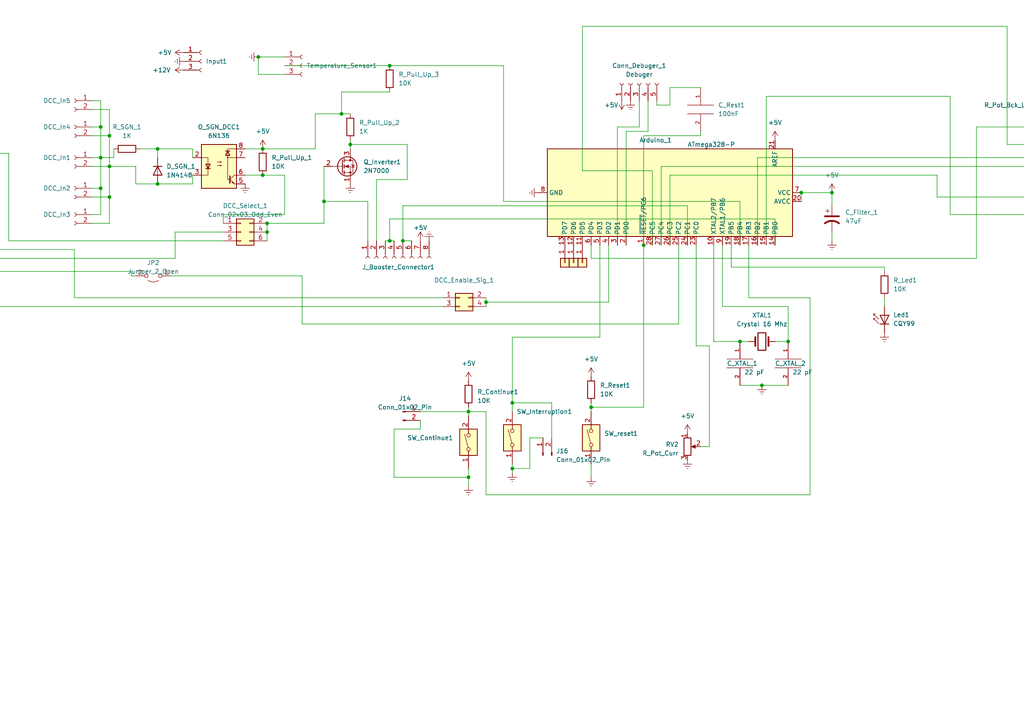
<source format=kicad_sch>
(kicad_sch (version 20230121) (generator eeschema)
  (paper "A4")
  (junction (at -217.17 68.58))
  (junction (at -265.43 67.31))
  (junction (at 31.75 48.26))
  (junction (at -241.3 180.34))
  (junction (at -101.6 49.53))
  (junction (at 76.2 43.18))
  (junction (at 228.6 99.06))
  (junction (at -224.79 170.18))
  (junction (at 113.03 69.85))
  (junction (at -214.63 170.18))
  (junction (at -181.61 62.23))
  (junction (at 99.06 33.02))
  (junction (at -219.71 74.93))
  (junction (at -267.97 73.66))
  (junction (at 31.75 39.37))
  (junction (at 45.72 43.18))
  (junction (at 232.41 55.88))
  (junction (at 77.47 67.31))
  (junction (at -265.43 76.2))
  (junction (at -172.72 140.97))
  (junction (at 186.69 71.12))
  (junction (at 220.98 111.76))
  (junction (at -64.77 49.53))
  (junction (at 29.21 45.72))
  (junction (at -59.69 72.39))
  (junction (at 31.75 57.15))
  (junction (at 135.89 138.43))
  (junction (at -172.72 143.51))
  (junction (at -179.07 64.77))
  (junction (at 45.72 53.34))
  (junction (at 93.98 58.42))
  (junction (at 101.6 41.91))
  (junction (at 77.47 64.77))
  (junction (at -73.66 80.01))
  (junction (at 116.84 69.85))
  (junction (at -218.44 71.12))
  (junction (at 241.3 55.88))
  (junction (at -177.8 67.31))
  (junction (at 140.97 87.63))
  (junction (at -267.97 71.12))
  (junction (at 113.03 19.05))
  (junction (at -186.69 57.15))
  (junction (at -260.35 170.18))
  (junction (at 76.2 50.8))
  (junction (at 148.59 135.89))
  (junction (at 135.89 119.38))
  (junction (at -200.66 59.69))
  (junction (at 171.45 118.11))
  (junction (at 74.93 16.51))
  (junction (at -172.72 139.7))
  (junction (at -93.98 52.07))
  (junction (at -97.79 77.47))
  (junction (at -267.97 64.77))
  (junction (at 148.59 116.84))
  (junction (at 214.63 99.06))
  (junction (at 29.21 36.83))
  (junction (at -195.58 62.23))
  (junction (at 29.21 54.61))
  (junction (at -58.42 74.93))
  (junction (at -172.72 138.43))
  (junction (at -229.87 77.47))
  (junction (at -182.88 59.69))
  (junction (at -187.96 54.61))
  (junction (at -265.43 68.58))
  (wire (pts (xy -106.68 140.97) (xy -76.2 140.97)))
  (wire (pts (xy -30.48 68.58) (xy -48.26 68.58)))
  (wire (pts (xy 271.78 50.8) (xy 271.78 57.15)))
  (wire (pts (xy -48.26 57.15) (xy -48.26 55.88)))
  (wire (pts (xy -106.68 52.07) (xy -93.98 52.07)))
  (wire (pts (xy -241.3 180.34) (xy -241.3 182.88)))
  (wire (pts (xy 292.1 7.62) (xy 292.1 41.91)))
  (wire (pts (xy 29.21 45.72) (xy 29.21 54.61)))
  (wire (pts (xy -214.63 160.02) (xy -214.63 170.18)))
  (wire (pts (xy -218.44 71.12) (xy -218.44 72.39)))
  (wire (pts (xy -172.72 62.23) (xy -181.61 62.23)))
  (wire (pts (xy -260.35 170.18) (xy -251.46 170.18)))
  (wire (pts (xy -179.07 36.83) (xy -179.07 64.77)))
  (wire (pts (xy -102.87 185.42) (xy -45.72 185.42)))
  (wire (pts (xy -52.07 78.74) (xy 38.1 78.74)))
  (wire (pts (xy 309.88 34.29) (xy 309.88 29.21)))
  (wire (pts (xy 181.61 38.1) (xy 187.96 38.1)))
  (wire (pts (xy -267.97 55.88) (xy -270.51 55.88)))
  (wire (pts (xy -95.25 162.56) (xy -45.72 162.56)))
  (wire (pts (xy 309.88 45.72) (xy 309.88 59.69)))
  (wire (pts (xy -195.58 62.23) (xy -207.01 62.23)))
  (wire (pts (xy 116.84 69.85) (xy 119.38 69.85)))
  (wire (pts (xy -77.47 50.8) (xy -48.26 50.8)))
  (wire (pts (xy -64.77 49.53) (xy -64.77 63.5)))
  (wire (pts (xy -57.15 77.47) (xy -57.15 86.36)))
  (wire (pts (xy 26.67 54.61) (xy 29.21 54.61)))
  (wire (pts (xy -172.72 118.11) (xy -180.34 118.11)))
  (wire (pts (xy -266.7 144.78) (xy -287.02 144.78)))
  (wire (pts (xy 40.64 43.18) (xy 45.72 43.18)))
  (wire (pts (xy -83.82 110.49) (xy -83.82 95.25)))
  (wire (pts (xy 256.54 86.36) (xy 256.54 88.9)))
  (wire (pts (xy 148.59 137.16) (xy 148.59 135.89)))
  (wire (pts (xy 214.63 99.06) (xy 217.17 99.06)))
  (wire (pts (xy -58.42 74.93) (xy -58.42 88.9)))
  (wire (pts (xy -130.81 153.67) (xy -130.81 195.58)))
  (wire (pts (xy -177.8 34.29) (xy -177.8 67.31)))
  (wire (pts (xy 113.03 69.85) (xy 114.3 69.85)))
  (wire (pts (xy 148.59 97.79) (xy 148.59 116.84)))
  (wire (pts (xy -106.68 72.39) (xy -59.69 72.39)))
  (wire (pts (xy -33.02 83.82) (xy -19.05 83.82)))
  (wire (pts (xy -172.72 143.51) (xy -172.72 146.05)))
  (wire (pts (xy -106.68 74.93) (xy -58.42 74.93)))
  (wire (pts (xy 222.25 27.94) (xy 275.59 27.94)))
  (wire (pts (xy -101.6 -17.78) (xy -127 -17.78)))
  (wire (pts (xy 77.47 64.77) (xy 77.47 67.31)))
  (wire (pts (xy 196.85 93.98) (xy 196.85 71.12)))
  (wire (pts (xy -62.23 67.31) (xy -62.23 96.52)))
  (wire (pts (xy -58.42 88.9) (xy -33.02 88.9)))
  (wire (pts (xy -73.66 115.57) (xy -66.04 115.57)))
  (wire (pts (xy 181.61 71.12) (xy 181.61 38.1)))
  (wire (pts (xy -270.51 76.2) (xy -265.43 76.2)))
  (wire (pts (xy -60.96 93.98) (xy -33.02 93.98)))
  (wire (pts (xy 91.44 33.02) (xy 99.06 33.02)))
  (wire (pts (xy 207.01 71.12) (xy 207.01 99.06)))
  (wire (pts (xy 234.95 86.36) (xy 234.95 143.51)))
  (wire (pts (xy -265.43 83.82) (xy -270.51 83.82)))
  (wire (pts (xy -265.43 76.2) (xy -265.43 83.82)))
  (wire (pts (xy -63.5 64.77) (xy -63.5 99.06)))
  (wire (pts (xy -64.77 63.5) (xy -48.26 63.5)))
  (wire (pts (xy -74.93 146.05) (xy -74.93 113.03)))
  (wire (pts (xy -195.58 113.03) (xy -274.32 113.03)))
  (wire (pts (xy -217.17 68.58) (xy -217.17 67.31)))
  (wire (pts (xy -106.68 120.65) (xy -81.28 120.65)))
  (wire (pts (xy -92.71 160.02) (xy -45.72 160.02)))
  (wire (pts (xy -106.68 49.53) (xy -101.6 49.53)))
  (wire (pts (xy -52.07 80.01) (xy -73.66 80.01)))
  (wire (pts (xy -63.5 156.21) (xy -106.68 156.21)))
  (wire (pts (xy -106.68 77.47) (xy -97.79 77.47)))
  (wire (pts (xy 93.98 48.26) (xy 93.98 58.42)))
  (wire (pts (xy -179.07 64.77) (xy -204.47 64.77)))
  (wire (pts (xy -88.9 90.17) (xy -88.9 85.09)))
  (wire (pts (xy 186.69 71.12) (xy 186.69 39.37)))
  (wire (pts (xy -104.14 187.96) (xy -45.72 187.96)))
  (wire (pts (xy -176.53 52.07) (xy -176.53 3.81)))
  (wire (pts (xy -99.06 102.87) (xy -99.06 170.18)))
  (wire (pts (xy -217.17 69.85) (xy -217.17 68.58)))
  (wire (pts (xy -5.08 40.64) (xy -5.08 88.9)))
  (wire (pts (xy -59.69 91.44) (xy -33.02 91.44)))
  (wire (pts (xy -125.73 193.04) (xy -45.72 193.04)))
  (wire (pts (xy -121.92 190.5) (xy -45.72 190.5)))
  (wire (pts (xy -182.88 90.17) (xy -172.72 90.17)))
  (wire (pts (xy 217.17 86.36) (xy 234.95 86.36)))
  (wire (pts (xy 64.77 64.77) (xy 64.77 62.23)))
  (wire (pts (xy -137.16 -11.43) (xy -137.16 -17.78)))
  (wire (pts (xy -180.34 105.41) (xy -172.72 105.41)))
  (wire (pts (xy -179.07 111.76) (xy -179.07 107.95)))
  (wire (pts (xy 212.09 71.12) (xy 212.09 77.47)))
  (wire (pts (xy -231.14 170.18) (xy -224.79 170.18)))
  (wire (pts (xy -87.63 175.26) (xy -87.63 113.03)))
  (wire (pts (xy -81.28 120.65) (xy -81.28 100.33)))
  (wire (pts (xy 71.12 50.8) (xy 76.2 50.8)))
  (wire (pts (xy 101.6 41.91) (xy 118.11 41.91)))
  (wire (pts (xy 194.31 50.8) (xy 271.78 50.8)))
  (wire (pts (xy -99.06 170.18) (xy -45.72 170.18)))
  (wire (pts (xy 312.42 48.26) (xy 312.42 54.61)))
  (wire (pts (xy 179.07 36.83) (xy 185.42 36.83)))
  (wire (pts (xy 153.67 127) (xy 157.48 127)))
  (wire (pts (xy -172.72 52.07) (xy -176.53 52.07)))
  (wire (pts (xy -181.61 43.18) (xy -181.61 62.23)))
  (wire (pts (xy -64.77 49.53) (xy -64.77 44.45)))
  (wire (pts (xy 29.21 62.23) (xy 26.67 62.23)))
  (wire (pts (xy -130.81 195.58) (xy -45.72 195.58)))
  (wire (pts (xy -182.88 111.76) (xy -179.07 111.76)))
  (wire (pts (xy 31.75 39.37) (xy 26.67 39.37)))
  (wire (pts (xy 148.59 116.84) (xy 148.59 119.38)))
  (wire (pts (xy -86.36 90.17) (xy -73.66 90.17)))
  (wire (pts (xy -106.68 95.25) (xy -87.63 95.25)))
  (wire (pts (xy 114.3 138.43) (xy 135.89 138.43)))
  (wire (pts (xy 140.97 87.63) (xy 140.97 88.9)))
  (wire (pts (xy 82.55 21.59) (xy 74.93 21.59)))
  (wire (pts (xy -69.85 58.42) (xy -48.26 58.42)))
  (wire (pts (xy 50.8 67.31) (xy 64.77 67.31)))
  (wire (pts (xy -106.68 143.51) (xy -121.92 143.51)))
  (wire (pts (xy 87.63 93.98) (xy 196.85 93.98)))
  (wire (pts (xy -93.98 52.07) (xy -93.98 40.64)))
  (wire (pts (xy -270.51 73.66) (xy -267.97 73.66)))
  (wire (pts (xy -52.07 80.01) (xy -52.07 78.74)))
  (wire (pts (xy -204.47 64.77) (xy -204.47 48.26)))
  (wire (pts (xy 232.41 55.88) (xy 241.3 55.88)))
  (wire (pts (xy 214.63 58.42) (xy 214.63 71.12)))
  (wire (pts (xy -87.63 87.63) (xy -73.66 87.63)))
  (wire (pts (xy -15.24 29.21) (xy -15.24 81.28)))
  (wire (pts (xy 321.31 36.83) (xy 283.21 36.83)))
  (wire (pts (xy 220.98 111.76) (xy 228.6 111.76)))
  (wire (pts (xy -106.68 92.71) (xy -96.52 92.71)))
  (wire (pts (xy -180.34 121.92) (xy -182.88 121.92)))
  (wire (pts (xy -93.98 52.07) (xy -67.31 52.07)))
  (wire (pts (xy -182.88 106.68) (xy -181.61 106.68)))
  (wire (pts (xy 33.02 45.72) (xy 33.02 43.18)))
  (wire (pts (xy -177.8 110.49) (xy -172.72 110.49)))
  (wire (pts (xy 135.89 138.43) (xy 135.89 135.89)))
  (wire (pts (xy -88.9 177.8) (xy -88.9 118.11)))
  (wire (pts (xy 64.77 62.23) (xy 82.55 62.23)))
  (wire (pts (xy 194.31 25.4) (xy 194.31 30.48)))
  (wire (pts (xy -106.68 133.35) (xy -102.87 133.35)))
  (wire (pts (xy -106.68 62.23) (xy -77.47 62.23)))
  (wire (pts (xy 29.21 36.83) (xy 29.21 29.21)))
  (wire (pts (xy 194.31 30.48) (xy 190.5 30.48)))
  (wire (pts (xy 312.42 54.61) (xy 321.31 54.61)))
  (wire (pts (xy 212.09 77.47) (xy 256.54 77.47)))
  (wire (pts (xy -219.71 74.93) (xy -172.72 74.93)))
  (wire (pts (xy 256.54 77.47) (xy 256.54 78.74)))
  (wire (pts (xy -45.72 172.72) (xy -85.09 172.72)))
  (wire (pts (xy -219.71 58.42) (xy -219.71 57.15)))
  (wire (pts (xy -264.16 45.72) (xy -182.88 45.72)))
  (wire (pts (xy 173.99 97.79) (xy 173.99 71.12)))
  (wire (pts (xy -57.15 86.36) (xy -33.02 86.36)))
  (wire (pts (xy -246.38 46.99) (xy -186.69 46.99)))
  (wire (pts (xy -64.77 44.45) (xy 2.54 44.45)))
  (wire (pts (xy -218.44 62.23) (xy -213.36 62.23)))
  (wire (pts (xy -179.07 107.95) (xy -172.72 107.95)))
  (wire (pts (xy 93.98 64.77) (xy 93.98 58.42)))
  (wire (pts (xy -181.61 106.68) (xy -181.61 102.87)))
  (wire (pts (xy 39.37 48.26) (xy 39.37 53.34)))
  (wire (pts (xy 171.45 74.93) (xy 171.45 71.12)))
  (wire (pts (xy -182.88 109.22) (xy -180.34 109.22)))
  (wire (pts (xy -106.68 59.69) (xy -82.55 59.69)))
  (wire (pts (xy -175.26 115.57) (xy -172.72 115.57)))
  (wire (pts (xy -77.47 135.89) (xy -77.47 107.95)))
  (wire (pts (xy -180.34 118.11) (xy -180.34 121.92)))
  (wire (pts (xy 168.91 49.53) (xy 168.91 7.62)))
  (wire (pts (xy 148.59 97.79) (xy 173.99 97.79)))
  (wire (pts (xy 26.67 48.26) (xy 31.75 48.26)))
  (wire (pts (xy -59.69 72.39) (xy -59.69 91.44)))
  (wire (pts (xy -81.28 100.33) (xy -73.66 100.33)))
  (wire (pts (xy -172.72 5.08) (xy -30.48 5.08)))
  (wire (pts (xy -227.33 54.61) (xy -218.44 54.61)))
  (wire (pts (xy -106.68 105.41) (xy -85.09 105.41)))
  (wire (pts (xy 74.93 21.59) (xy 74.93 16.51)))
  (wire (pts (xy -190.5 52.07) (xy -218.44 52.07)))
  (wire (pts (xy 148.59 135.89) (xy 153.67 135.89)))
  (wire (pts (xy -63.5 118.11) (xy -63.5 156.21)))
  (wire (pts (xy -73.66 118.11) (xy -63.5 118.11)))
  (wire (pts (xy -85.09 107.95) (xy -106.68 107.95)))
  (wire (pts (xy 176.53 71.12) (xy 176.53 87.63)))
  (wire (pts (xy 222.25 71.12) (xy 222.25 27.94)))
  (wire (pts (xy -91.44 180.34) (xy -91.44 123.19)))
  (wire (pts (xy 2.54 69.85) (xy 64.77 69.85)))
  (wire (pts (xy 171.45 118.11) (xy 171.45 119.38)))
  (wire (pts (xy -181.61 62.23) (xy -195.58 62.23)))
  (wire (pts (xy -34.29 3.81) (xy -34.29 66.04)))
  (wire (pts (xy 38.1 78.74) (xy 38.1 80.01)))
  (wire (pts (xy -88.9 85.09) (xy -73.66 85.09)))
  (wire (pts (xy 203.2 39.37) (xy 203.2 38.1)))
  (wire (pts (xy -106.68 100.33) (xy -86.36 100.33)))
  (wire (pts (xy -101.6 182.88) (xy -101.6 128.27)))
  (wire (pts (xy 234.95 143.51) (xy 140.97 143.51)))
  (wire (pts (xy -95.25 87.63) (xy -95.25 162.56)))
  (wire (pts (xy -86.36 100.33) (xy -86.36 90.17)))
  (wire (pts (xy -265.43 58.42) (xy -265.43 67.31)))
  (wire (pts (xy -62.23 96.52) (xy -33.02 96.52)))
  (wire (pts (xy 106.68 58.42) (xy 93.98 58.42)))
  (wire (pts (xy -175.26 119.38) (xy -175.26 115.57)))
  (wire (pts (xy -106.68 87.63) (xy -95.25 87.63)))
  (wire (pts (xy 45.72 43.18) (xy 45.72 45.72)))
  (wire (pts (xy -229.87 77.47) (xy -172.72 77.47)))
  (wire (pts (xy 113.03 69.85) (xy 113.03 63.5)))
  (wire (pts (xy -176.53 116.84) (xy -176.53 113.03)))
  (wire (pts (xy 121.92 124.46) (xy 121.92 121.92)))
  (wire (pts (xy -74.93 113.03) (xy -73.66 113.03)))
  (wire (pts (xy -106.68 158.75) (xy -133.35 158.75)))
  (wire (pts (xy -30.48 5.08) (xy -30.48 68.58)))
  (wire (pts (xy -195.58 62.23) (xy -195.58 113.03)))
  (wire (pts (xy -45.72 177.8) (xy -88.9 177.8)))
  (wire (pts (xy -106.68 115.57) (xy -82.55 115.57)))
  (wire (pts (xy 171.45 134.62) (xy 171.45 138.43)))
  (wire (pts (xy 205.74 129.54) (xy 203.2 129.54)))
  (wire (pts (xy -240.03 99.06) (xy -219.71 99.06)))
  (wire (pts (xy -15.24 81.28) (xy -33.02 81.28)))
  (wire (pts (xy -45.72 180.34) (xy -91.44 180.34)))
  (wire (pts (xy -91.44 123.19) (xy -106.68 123.19)))
  (wire (pts (xy -182.88 45.72) (xy -182.88 59.69)))
  (wire (pts (xy -186.69 46.99) (xy -186.69 57.15)))
  (wire (pts (xy 203.2 25.4) (xy 194.31 25.4)))
  (wire (pts (xy -172.72 139.7) (xy -172.72 140.97)))
  (wire (pts (xy -236.22 29.21) (xy -15.24 29.21)))
  (wire (pts (xy -214.63 54.61) (xy -214.63 64.77)))
  (wire (pts (xy -82.55 115.57) (xy -82.55 97.79)))
  (wire (pts (xy -82.55 59.69) (xy -82.55 53.34)))
  (wire (pts (xy -106.68 54.61) (xy -69.85 54.61)))
  (wire (pts (xy 199.39 59.69) (xy 116.84 59.69)))
  (wire (pts (xy -182.88 87.63) (xy -172.72 87.63)))
  (wire (pts (xy -97.79 -11.43) (xy -137.16 -11.43)))
  (wire (pts (xy -97.79 77.47) (xy -97.79 -11.43)))
  (wire (pts (xy 109.22 52.07) (xy 118.11 52.07)))
  (wire (pts (xy 140.97 86.36) (xy 140.97 87.63)))
  (wire (pts (xy 185.42 36.83) (xy 185.42 29.21)))
  (wire (pts (xy -219.71 74.93) (xy -219.71 99.06)))
  (wire (pts (xy -182.88 85.09) (xy -172.72 85.09)))
  (wire (pts (xy 77.47 64.77) (xy 93.98 64.77)))
  (wire (pts (xy -213.36 57.15) (xy -186.69 57.15)))
  (wire (pts (xy 113.03 19.05) (xy 146.05 19.05)))
  (wire (pts (xy 99.06 33.02) (xy 99.06 26.67)))
  (wire (pts (xy -187.96 54.61) (xy -214.63 54.61)))
  (wire (pts (xy -172.72 140.97) (xy -172.72 143.51)))
  (wire (pts (xy 26.67 45.72) (xy 29.21 45.72)))
  (wire (pts (xy 99.06 26.67) (xy 113.03 26.67)))
  (wire (pts (xy 55.88 43.18) (xy 55.88 45.72)))
  (wire (pts (xy -96.52 92.71) (xy -96.52 165.1)))
  (wire (pts (xy 135.89 140.97) (xy 135.89 138.43)))
  (wire (pts (xy 135.89 118.11) (xy 135.89 119.38)))
  (wire (pts (xy -82.55 53.34) (xy -48.26 53.34)))
  (wire (pts (xy -176.53 113.03) (xy -172.72 113.03)))
  (wire (pts (xy -267.97 71.12) (xy -218.44 71.12)))
  (wire (pts (xy -187.96 54.61) (xy -187.96 49.53)))
  (wire (pts (xy -275.59 140.97) (xy -275.59 139.7)))
  (wire (pts (xy 168.91 49.53) (xy 189.23 49.53)))
  (wire (pts (xy 209.55 71.12) (xy 209.55 88.9)))
  (wire (pts (xy -5.08 88.9) (xy 128.27 88.9)))
  (wire (pts (xy -19.05 33.02) (xy -232.41 33.02)))
  (wire (pts (xy 113.03 63.5) (xy 224.79 63.5)))
  (wire (pts (xy -241.3 49.53) (xy -241.3 53.34)))
  (wire (pts (xy -106.68 67.31) (xy -62.23 67.31)))
  (wire (pts (xy -177.8 124.46) (xy -177.8 120.65)))
  (wire (pts (xy -182.88 97.79) (xy -172.72 97.79)))
  (wire (pts (xy 77.47 67.31) (xy 77.47 69.85)))
  (wire (pts (xy -241.3 180.34) (xy -224.79 180.34)))
  (wire (pts (xy -82.55 97.79) (xy -73.66 97.79)))
  (wire (pts (xy -182.88 116.84) (xy -176.53 116.84)))
  (wire (pts (xy -80.01 102.87) (xy -73.66 102.87)))
  (wire (pts (xy 241.3 67.31) (xy 241.3 69.85)))
  (wire (pts (xy -77.47 62.23) (xy -77.47 50.8)))
  (wire (pts (xy -236.22 77.47) (xy -236.22 29.21)))
  (wire (pts (xy -172.72 64.77) (xy -179.07 64.77)))
  (wire (pts (xy 2.54 44.45) (xy 2.54 69.85)))
  (wire (pts (xy -229.87 101.6) (xy -229.87 77.47)))
  (wire (pts (xy -200.66 104.14) (xy -200.66 59.69)))
  (wire (pts (xy -172.72 67.31) (xy -177.8 67.31)))
  (wire (pts (xy 224.79 99.06) (xy 228.6 99.06)))
  (wire (pts (xy 111.76 69.85) (xy 113.03 69.85)))
  (wire (pts (xy -19.05 83.82) (xy -19.05 33.02)))
  (wire (pts (xy -214.63 64.77) (xy -218.44 64.77)))
  (wire (pts (xy 91.44 33.02) (xy 91.44 43.18)))
  (wire (pts (xy 153.67 127) (xy 153.67 135.89)))
  (wire (pts (xy -182.88 59.69) (xy -172.72 59.69)))
  (wire (pts (xy -172.72 54.61) (xy -187.96 54.61)))
  (wire (pts (xy 121.92 119.38) (xy 135.89 119.38)))
  (wire (pts (xy 309.88 29.21) (xy 307.34 29.21)))
  (wire (pts (xy -217.17 68.58) (xy -265.43 68.58)))
  (wire (pts (xy 186.69 39.37) (xy 203.2 39.37)))
  (wire (pts (xy -90.17 85.09) (xy -90.17 82.55)))
  (wire (pts (xy -78.74 130.81) (xy -78.74 105.41)))
  (wire (pts (xy -96.52 165.1) (xy -45.72 165.1)))
  (wire (pts (xy -106.68 57.15) (xy -48.26 57.15)))
  (wire (pts (xy -106.68 153.67) (xy -130.81 153.67)))
  (wire (pts (xy 189.23 71.12) (xy 189.23 49.53)))
  (wire (pts (xy -97.79 97.79) (xy -97.79 167.64)))
  (wire (pts (xy -34.29 66.04) (xy -48.26 66.04)))
  (wire (pts (xy -106.68 110.49) (xy -83.82 110.49)))
  (wire (pts (xy 321.31 34.29) (xy 309.88 34.29)))
  (wire (pts (xy -274.32 113.03) (xy -274.32 129.54)))
  (wire (pts (xy 118.11 41.91) (xy 118.11 52.07)))
  (wire (pts (xy -240.03 96.52) (xy -237.49 96.52)))
  (wire (pts (xy 50.8 74.93) (xy 50.8 67.31)))
  (wire (pts (xy -106.68 80.01) (xy -73.66 80.01)))
  (wire (pts (xy 190.5 30.48) (xy 190.5 29.21)))
  (wire (pts (xy -78.74 105.41) (xy -73.66 105.41)))
  (wire (pts (xy 201.93 100.33) (xy 201.93 71.12)))
  (wire (pts (xy 283.21 36.83) (xy 283.21 74.93)))
  (wire (pts (xy -187.96 49.53) (xy -241.3 49.53)))
  (wire (pts (xy -66.04 115.57) (xy -66.04 151.13)))
  (wire (pts (xy -87.63 113.03) (xy -106.68 113.03)))
  (wire (pts (xy -278.13 104.14) (xy -200.66 104.14)))
  (wire (pts (xy -90.17 82.55) (xy -73.66 82.55)))
  (wire (pts (xy 82.55 62.23) (xy 82.55 50.8)))
  (wire (pts (xy -67.31 60.96) (xy -48.26 60.96)))
  (wire (pts (xy 49.53 80.01) (xy 87.63 80.01)))
  (wire (pts (xy -236.22 77.47) (xy -229.87 77.47)))
  (wire (pts (xy -176.53 3.81) (xy -34.29 3.81)))
  (wire (pts (xy -87.63 95.25) (xy -87.63 87.63)))
  (wire (pts (xy -106.68 82.55) (xy -92.71 82.55)))
  (wire (pts (xy 76.2 43.18) (xy 91.44 43.18)))
  (wire (pts (xy -241.3 53.34) (xy -264.16 53.34)))
  (wire (pts (xy -218.44 67.31) (xy -217.17 67.31)))
  (wire (pts (xy -66.04 151.13) (xy -106.68 151.13)))
  (wire (pts (xy 99.06 33.02) (xy 101.6 33.02)))
  (wire (pts (xy 160.02 116.84) (xy 148.59 116.84)))
  (wire (pts (xy -101.6 49.53) (xy -64.77 49.53)))
  (wire (pts (xy -182.88 82.55) (xy -172.72 82.55)))
  (wire (pts (xy -172.72 49.53) (xy -172.72 5.08)))
  (wire (pts (xy 148.59 135.89) (xy 148.59 134.62)))
  (wire (pts (xy -262.89 36.83) (xy -179.07 36.83)))
  (wire (pts (xy 109.22 69.85) (xy 109.22 52.07)))
  (wire (pts (xy 224.79 63.5) (xy 224.79 71.12)))
  (wire (pts (xy -218.44 69.85) (xy -218.44 71.12)))
  (wire (pts (xy 146.05 19.05) (xy 146.05 58.42)))
  (wire (pts (xy -104.14 138.43) (xy -104.14 187.96)))
  (wire (pts (xy 292.1 41.91) (xy 321.31 41.91)))
  (wire (pts (xy -204.47 48.26) (xy -227.33 48.26)))
  (wire (pts (xy -106.68 102.87) (xy -99.06 102.87)))
  (wire (pts (xy -106.68 90.17) (xy -88.9 90.17)))
  (wire (pts (xy -287.02 144.78) (xy -287.02 138.43)))
  (wire (pts (xy -85.09 92.71) (xy -73.66 92.71)))
  (wire (pts (xy -270.51 67.31) (xy -265.43 67.31)))
  (wire (pts (xy 31.75 48.26) (xy 31.75 57.15)))
  (wire (pts (xy 82.55 19.05) (xy 113.03 19.05)))
  (wire (pts (xy 228.6 88.9) (xy 228.6 99.06)))
  (wire (pts (xy -106.68 138.43) (xy -104.14 138.43)))
  (wire (pts (xy 116.84 59.69) (xy 116.84 69.85)))
  (wire (pts (xy -58.42 74.93) (xy 50.8 74.93)))
  (wire (pts (xy 31.75 48.26) (xy 39.37 48.26)))
  (wire (pts (xy 199.39 59.69) (xy 199.39 71.12)))
  (wire (pts (xy -45.72 182.88) (xy -101.6 182.88)))
  (wire (pts (xy -67.31 52.07) (xy -67.31 60.96)))
  (wire (pts (xy -172.72 135.89) (xy -172.72 138.43)))
  (wire (pts (xy -262.89 34.29) (xy -177.8 34.29)))
  (wire (pts (xy -290.83 138.43) (xy -287.02 138.43)))
  (wire (pts (xy -83.82 95.25) (xy -73.66 95.25)))
  (wire (pts (xy -101.6 128.27) (xy -106.68 128.27)))
  (wire (pts (xy -45.72 175.26) (xy -87.63 175.26)))
  (wire (pts (xy -290.83 140.97) (xy -275.59 140.97)))
  (wire (pts (xy -182.88 92.71) (xy -172.72 92.71)))
  (wire (pts (xy -265.43 67.31) (xy -265.43 68.58)))
  (wire (pts (xy -266.7 132.08) (xy -278.13 132.08)))
  (wire (pts (xy 82.55 50.8) (xy 76.2 50.8)))
  (wire (pts (xy -92.71 82.55) (xy -92.71 160.02)))
  (wire (pts (xy -265.43 68.58) (xy -265.43 76.2)))
  (wire (pts (xy 171.45 116.84) (xy 171.45 118.11)))
  (wire (pts (xy -218.44 59.69) (xy -200.66 59.69)))
  (wire (pts (xy 217.17 71.12) (xy 217.17 86.36)))
  (wire (pts (xy 31.75 31.75) (xy 31.75 39.37)))
  (wire (pts (xy 140.97 143.51) (xy 140.97 119.38)))
  (wire (pts (xy -63.5 99.06) (xy -33.02 99.06)))
  (wire (pts (xy 140.97 87.63) (xy 176.53 87.63)))
  (wire (pts (xy -106.68 125.73) (xy -80.01 125.73)))
  (wire (pts (xy -177.8 67.31) (xy -190.5 67.31)))
  (wire (pts (xy 219.71 71.12) (xy 219.71 45.72)))
  (wire (pts (xy 26.67 57.15) (xy 31.75 57.15)))
  (wire (pts (xy 187.96 38.1) (xy 187.96 29.21)))
  (wire (pts (xy -181.61 102.87) (xy -172.72 102.87)))
  (wire (pts (xy 283.21 74.93) (xy 171.45 74.93)))
  (wire (pts (xy 309.88 59.69) (xy 321.31 59.69)))
  (wire (pts (xy -180.34 109.22) (xy -180.34 105.41)))
  (wire (pts (xy -232.41 33.02) (xy -232.41 74.93)))
  (wire (pts (xy 321.31 57.15) (xy 271.78 57.15)))
  (wire (pts (xy 232.41 55.88) (xy 232.41 58.42)))
  (wire (pts (xy -172.72 160.02) (xy -172.72 158.75)))
  (wire (pts (xy 101.6 40.64) (xy 101.6 41.91)))
  (wire (pts (xy 106.68 58.42) (xy 106.68 69.85)))
  (wire (pts (xy 38.1 80.01) (xy 39.37 80.01)))
  (wire (pts (xy -264.16 43.18) (xy -181.61 43.18)))
  (wire (pts (xy 29.21 54.61) (xy 29.21 62.23)))
  (wire (pts (xy 26.67 31.75) (xy 31.75 31.75)))
  (wire (pts (xy -240.03 93.98) (xy -237.49 93.98)))
  (wire (pts (xy -106.68 69.85) (xy -60.96 69.85)))
  (wire (pts (xy 140.97 119.38) (xy 135.89 119.38)))
  (wire (pts (xy 29.21 29.21) (xy 26.67 29.21)))
  (wire (pts (xy -69.85 54.61) (xy -69.85 58.42)))
  (wire (pts (xy -85.09 172.72) (xy -85.09 107.95)))
  (wire (pts (xy -106.68 130.81) (xy -78.74 130.81)))
  (wire (pts (xy -218.44 72.39) (xy -172.72 72.39)))
  (wire (pts (xy 101.6 41.91) (xy 101.6 43.18)))
  (wire (pts (xy 74.93 16.51) (xy 82.55 16.51)))
  (wire (pts (xy -224.79 170.18) (xy -214.63 170.18)))
  (wire (pts (xy 55.88 53.34) (xy 55.88 50.8)))
  (wire (pts (xy 135.89 119.38) (xy 135.89 120.65)))
  (wire (pts (xy -182.88 95.25) (xy -172.72 95.25)))
  (wire (pts (xy -106.68 148.59) (xy -125.73 148.59)))
  (wire (pts (xy -85.09 105.41) (xy -85.09 92.71)))
  (wire (pts (xy -275.59 139.7) (xy -266.7 139.7)))
  (wire (pts (xy 275.59 62.23) (xy 321.31 62.23)))
  (wire (pts (xy 45.72 43.18) (xy 55.88 43.18)))
  (wire (pts (xy 21.59 72.39) (xy 21.59 86.36)))
  (wire (pts (xy 179.07 71.12) (xy 179.07 36.83)))
  (wire (pts (xy -77.47 107.95) (xy -73.66 107.95)))
  (wire (pts (xy -278.13 132.08) (xy -278.13 104.14)))
  (wire (pts (xy -76.2 140.97) (xy -76.2 110.49)))
  (wire (pts (xy -60.96 69.85) (xy -60.96 93.98)))
  (wire (pts (xy -59.69 72.39) (xy 21.59 72.39)))
  (wire (pts (xy 31.75 64.77) (xy 26.67 64.77)))
  (wire (pts (xy -177.8 114.3) (xy -177.8 110.49)))
  (wire (pts (xy -125.73 148.59) (xy -125.73 193.04)))
  (wire (pts (xy 186.69 71.12) (xy 186.69 118.11)))
  (wire (pts (xy -80.01 125.73) (xy -80.01 102.87)))
  (wire (pts (xy 219.71 45.72) (xy 309.88 45.72)))
  (wire (pts (xy -213.36 62.23) (xy -213.36 57.15)))
  (wire (pts (xy -97.79 77.47) (xy -57.15 77.47)))
  (wire (pts (xy -267.97 64.77) (xy -267.97 71.12)))
  (wire (pts (xy -186.69 57.15) (xy -172.72 57.15)))
  (wire (pts (xy 71.12 43.18) (xy 76.2 43.18)))
  (wire (pts (xy -270.51 64.77) (xy -267.97 64.77)))
  (wire (pts (xy -207.01 58.42) (xy -219.71 58.42)))
  (wire (pts (xy -214.63 160.02) (xy -172.72 160.02)))
  (wire (pts (xy 214.63 111.76) (xy 220.98 111.76)))
  (wire (pts (xy -219.71 57.15) (xy -218.44 57.15)))
  (wire (pts (xy 205.74 100.33) (xy 201.93 100.33)))
  (wire (pts (xy 275.59 27.94) (xy 275.59 62.23)))
  (wire (pts (xy 205.74 100.33) (xy 205.74 129.54)))
  (wire (pts (xy -177.8 120.65) (xy -172.72 120.65)))
  (wire (pts (xy -133.35 158.75) (xy -133.35 198.12)))
  (wire (pts (xy 39.37 53.34) (xy 45.72 53.34)))
  (wire (pts (xy 194.31 50.8) (xy 194.31 71.12)))
  (wire (pts (xy 146.05 58.42) (xy 214.63 58.42)))
  (wire (pts (xy 191.77 48.26) (xy 312.42 48.26)))
  (wire (pts (xy 31.75 57.15) (xy 31.75 64.77)))
  (wire (pts (xy -267.97 73.66) (xy -267.97 81.28)))
  (wire (pts (xy -264.16 50.8) (xy -246.38 50.8)))
  (wire (pts (xy -101.6 49.53) (xy -101.6 -17.78)))
  (wire (pts (xy -190.5 67.31) (xy -190.5 52.07)))
  (wire (pts (xy -200.66 59.69) (xy -182.88 59.69)))
  (wire (pts (xy 241.3 55.88) (xy 241.3 59.69)))
  (wire (pts (xy -182.88 114.3) (xy -177.8 114.3)))
  (wire (pts (xy -267.97 71.12) (xy -267.97 73.66)))
  (wire (pts (xy -88.9 118.11) (xy -106.68 118.11)))
  (wire (pts (xy -76.2 110.49) (xy -73.66 110.49)))
  (wire (pts (xy -106.68 135.89) (xy -77.47 135.89)))
  (wire (pts (xy 87.63 80.01) (xy 87.63 93.98)))
  (wire (pts (xy -267.97 64.77) (xy -267.97 55.88)))
  (wire (pts (xy -172.72 138.43) (xy -172.72 139.7)))
  (wire (pts (xy -97.79 167.64) (xy -45.72 167.64)))
  (wire (pts (xy 114.3 124.46) (xy 121.92 124.46)))
  (wire (pts (xy 209.55 88.9) (xy 228.6 88.9)))
  (wire (pts (xy -106.68 146.05) (xy -74.93 146.05)))
  (wire (pts (xy 114.3 124.46) (xy 114.3 138.43)))
  (wire (pts (xy -102.87 133.35) (xy -102.87 185.42)))
  (wire (pts (xy -106.68 64.77) (xy -63.5 64.77)))
  (wire (pts (xy 29.21 45.72) (xy 29.21 36.83)))
  (wire (pts (xy -182.88 100.33) (xy -172.72 100.33)))
  (wire (pts (xy -172.72 69.85) (xy -217.17 69.85)))
  (wire (pts (xy 171.45 118.11) (xy 186.69 118.11)))
  (wire (pts (xy 168.91 7.62) (xy 292.1 7.62)))
  (wire (pts (xy 45.72 53.34) (xy 55.88 53.34)))
  (wire (pts (xy -267.97 81.28) (xy -270.51 81.28)))
  (wire (pts (xy -133.35 198.12) (xy -45.72 198.12)))
  (wire (pts (xy -240.03 101.6) (xy -229.87 101.6)))
  (wire (pts (xy -227.33 48.26) (xy -227.33 54.61)))
  (wire (pts (xy -207.01 62.23) (xy -207.01 58.42)))
  (wire (pts (xy -106.68 97.79) (xy -97.79 97.79)))
  (wire (pts (xy 29.21 45.72) (xy 33.02 45.72)))
  (wire (pts (xy -241.3 177.8) (xy -241.3 180.34)))
  (wire (pts (xy 21.59 86.36) (xy 128.27 86.36)))
  (wire (pts (xy 191.77 48.26) (xy 191.77 71.12)))
  (wire (pts (xy 207.01 99.06) (xy 214.63 99.06)))
  (wire (pts (xy 29.21 36.83) (xy 26.67 36.83)))
  (wire (pts (xy -182.88 119.38) (xy -175.26 119.38)))
  (wire (pts (xy -246.38 50.8) (xy -246.38 46.99)))
  (wire (pts (xy -121.92 143.51) (xy -121.92 190.5)))
  (wire (pts (xy -224.79 180.34) (xy -224.79 177.8)))
  (wire (pts (xy 31.75 48.26) (xy 31.75 39.37)))
  (wire (pts (xy -232.41 74.93) (xy -219.71 74.93)))
  (wire (pts (xy 160.02 127) (xy 160.02 116.84)))
  (wire (pts (xy -93.98 40.64) (xy -5.08 40.64)))
  (wire (pts (xy -265.43 58.42) (xy -270.51 58.42)))
  (wire (pts (xy -106.68 85.09) (xy -90.17 85.09)))
  (wire (pts (xy -182.88 124.46) (xy -177.8 124.46)))
  (symbol (lib_id "Device:Crystal") (at 220.98 99.06 0) (unit 1)
    (property "Reference" "XTAL1" (at 220.98 91.44 0))
    (property "Value" "Crystal 16 Mhz" (at 220.98 93.98 0))
    (property "Footprint" "Crystal:Crystal_HC49-U_Vertical" (effects hide))
  )
  (symbol (lib_id "power:Earth") (at 53.34 17.78 270) (unit 1)
    (property "Reference" "#PWR0103" (effects hide))
    (property "Value" "Earth" (effects hide))
  )
  (symbol (lib_id "Connector:Conn_01x02_Female") (at -275.59 55.88 0) (mirror y) (unit 1)
    (property "Reference" "I2C_4" (at -280.67 55.88 0))
    (property "Value" "I2C" (effects hide))
    (property "Footprint" "Connector_Wago:Wago_734-132_1x02_P3.50mm_Vertical" (effects hide))
  )
  (symbol (lib_id "Connector_Generic:Conn_01x01") (at 166.37 76.2 270) (unit 1)
    (property "Reference" "J7" (effects hide))
    (property "Value" "Conn_01x01" (effects hide))
    (property "Footprint" "Connector_PinHeader_2.54mm:PinHeader_1x01_P2.54mm_Vertical" (effects hide))
  )
  (symbol (lib_id "Connector_Generic:Conn_02x02_Odd_Even") (at 133.35 86.36 0) (unit 1)
    (property "Reference" "DCC_Enable_Sig_1" (at 134.62 81.28 0))
    (property "Value" "Conn_02x02_Odd_Even" (effects hide))
    (property "Footprint" "Connector_PinHeader_2.54mm:PinHeader_2x02_P2.54mm_Vertical" (effects hide))
  )
  (symbol (lib_id "power:Earth") (at 74.93 16.51 270) (unit 1)
    (property "Reference" "#PWR0137" (effects hide))
    (property "Value" "Earth" (effects hide))
  )
  (symbol (lib_id "Connector_Generic:Conn_01x04") (at -245.11 96.52 0) (mirror y) (unit 1)
    (property "Reference" "J13" (at -245.11 106.68 0))
    (property "Value" "Conn_01x04" (at -245.11 104.14 0))
    (property "Footprint" "Connector_PinHeader_2.54mm:PinHeader_1x04_P2.54mm_Vertical" (effects hide))
  )
  (symbol (lib_id "Device:C_Polarized_US") (at 241.3 63.5 0) (unit 1)
    (property "Reference" "C_Filter_1" (at 245.11 61.5949 0) (effects (justify left)))
    (property "Value" "47uF" (at 245.11 64.1349 0) (effects (justify left)))
    (property "Footprint" "Capacitor_THT:CP_Radial_D8.0mm_P3.80mm" (effects hide))
  )
  (symbol (lib_id "arduino:Arduino_Mega2560_Shield") (at -139.7 104.14 0) (unit 1)
    (property "Reference" "Central2" (at -139.7 165.1 0) (effects (font (size 1.524 1.524))))
    (property "Value" "Arduino_Mega2560_Shield" (at -139.7 168.91 0) (effects (font (size 1.524 1.524))))
    (property "Footprint" "Arduino:Arduino_Mega2560_Shield" (effects hide))
    (property "Datasheet" "https://docs.arduino.cc/hardware/mega-2560" (effects hide))
  )
  (symbol (lib_id "Connector:Conn_01x02_Female") (at -269.24 43.18 0) (mirror y) (unit 1)
    (property "Reference" "Serial_2" (at -274.32 43.18 0))
    (property "Value" "Serial" (effects hide))
    (property "Footprint" "Connector_Wago:Wago_734-132_1x02_P3.50mm_Vertical" (effects hide))
  )
  (symbol (lib_id "Device:R") (at 36.83 43.18 90) (unit 1)
    (property "Reference" "R_SGN_1" (at 36.83 36.83 90))
    (property "Value" "1K" (at 36.83 39.37 90))
    (property "Footprint" "Resistor_THT:R_Axial_DIN0207_L6.3mm_D2.5mm_P10.16mm_Horizontal" (effects hide))
  )
  (symbol (lib_id "power:Earth") (at -241.3 190.5 0) (unit 1)
    (property "Reference" "#PWR05" (effects hide))
    (property "Value" "Earth" (effects hide))
  )
  (symbol (lib_id "Connector:Conn_01x02_Female") (at 21.59 29.21 0) (mirror y) (unit 1)
    (property "Reference" "DCC_In5" (at 16.51 29.21 0))
    (property "Value" "DCC" (effects hide))
    (property "Footprint" "Connector_Wago:Wago_734-132_1x02_P3.50mm_Vertical" (effects hide))
  )
  (symbol (lib_id "Switch:SW_DIP_x01") (at 148.59 127 90) (unit 1)
    (property "Reference" "SW_Interruption1" (at 149.86 119.38 90) (effects (justify right)))
    (property "Value" "SW_DIP_x01" (effects hide))
    (property "Footprint" "Button_Switch_THT:SW_PUSH_6mm_H5mm" (effects hide))
  )
  (symbol (lib_id "Device:R_Potentiometer") (at 199.39 129.54 0) (unit 1)
    (property "Reference" "RV2" (at 196.85 128.905 0) (effects (justify right)))
    (property "Value" "R_Pot_Curr" (at 196.85 131.445 0) (effects (justify right)))
    (property "Footprint" "Potentiometer_THT:Potentiometer_ACP_CA6-H2,5_Horizontal" (effects hide))
  )
  (symbol (lib_id "power:Earth") (at 135.89 140.97 0) (unit 1)
    (property "Reference" "#PWR0124" (effects hide))
    (property "Value" "Earth" (effects hide))
  )
  (symbol (lib_id "power:Earth") (at 101.6 53.34 0) (unit 1)
    (property "Reference" "#PWR0106" (effects hide))
    (property "Value" "Earth" (effects hide))
  )
  (symbol (lib_id "power:Earth") (at -290.83 135.89 90) (unit 1)
    (property "Reference" "#PWR014" (effects hide))
    (property "Value" "Earth" (effects hide))
  )
  (symbol (lib_id "Connector_Generic:Conn_01x16") (at 326.39 46.99 0) (unit 1)
    (property "Reference" "Disp_Conn1" (at 328.93 46.9899 0) (effects (justify left)))
    (property "Value" "Conn_01x16" (at 328.93 49.5299 0) (effects (justify left)))
    (property "Footprint" "Connector_PinHeader_2.54mm:PinHeader_1x16_P2.54mm_Vertical" (effects hide))
  )
  (symbol (lib_id "Device:C_Polarized_US") (at -260.35 173.99 0) (unit 1)
    (property "Reference" "C_Ard_In2" (at -256.54 172.0849 0) (effects (justify left)))
    (property "Value" "10uF" (at -256.54 174.6249 0) (effects (justify left)))
    (property "Footprint" "Capacitor_THT:CP_Radial_D8.0mm_P3.80mm" (effects hide))
  )
  (symbol (lib_id "power:+5V") (at 180.34 29.21 180) (unit 1)
    (property "Reference" "#PWR0111" (effects hide))
    (property "Value" "+5V" (at 175.26 30.48 0) (effects (justify right)))
  )
  (symbol (lib_id "pspice:C") (at 214.63 105.41 0) (unit 1)
    (property "Reference" "C_XTAL_1" (at 210.82 105.41 0) (effects (justify left)))
    (property "Value" "22 pF" (at 215.9 107.95 0) (effects (justify left)))
    (property "Footprint" "Capacitor_THT:C_Disc_D8.0mm_W5.0mm_P5.00mm" (effects hide))
  )
  (symbol (lib_id "Device:R") (at 101.6 36.83 0) (unit 1)
    (property "Reference" "R_Pull_Up_2" (at 104.14 35.5599 0) (effects (justify left)))
    (property "Value" "1K" (at 104.14 38.0999 0) (effects (justify left)))
    (property "Footprint" "Resistor_THT:R_Axial_DIN0207_L6.3mm_D2.5mm_P10.16mm_Horizontal" (effects hide))
  )
  (symbol (lib_id "Device:C_Polarized_US") (at -214.63 173.99 0) (unit 1)
    (property "Reference" "C_Ard_Out2" (at -209.55 172.0849 0) (effects (justify left)))
    (property "Value" "10uF" (at -209.55 174.6249 0) (effects (justify left)))
    (property "Footprint" "Capacitor_THT:CP_Radial_D8.0mm_P3.80mm" (effects hide))
  )
  (symbol (lib_id "power:Earth") (at 124.46 69.85 180) (unit 1)
    (property "Reference" "#PWR0110" (effects hide))
    (property "Value" "Earth" (effects hide))
  )
  (symbol (lib_id "Diode:1N4148") (at 45.72 49.53 270) (unit 1)
    (property "Reference" "D_SGN_1" (at 48.26 48.2599 90) (effects (justify left)))
    (property "Value" "1N4148" (at 48.26 50.7999 90) (effects (justify left)))
    (property "Footprint" "Diode_THT:D_DO-35_SOD27_P7.62mm_Horizontal" (effects hide))
    (property "Datasheet" "https://assets.nexperia.com/documents/data-sheet/1N4148_1N4448.pdf" (effects hide))
  )
  (symbol (lib_id "Connector_Generic:Conn_01x08") (at -187.96 114.3 0) (mirror y) (unit 1)
    (property "Reference" "J3" (at -187.96 129.54 0))
    (property "Value" "Conn_01x08" (at -187.96 127 0))
    (property "Footprint" "Connector_PinHeader_2.54mm:PinHeader_1x08_P2.54mm_Vertical" (effects hide))
  )
  (symbol (lib_id "Connector:Conn_01x02_Female") (at -275.59 81.28 0) (mirror y) (unit 1)
    (property "Reference" "I2C_1" (at -280.67 81.28 0))
    (property "Value" "I2C" (effects hide))
    (property "Footprint" "Connector_Wago:Wago_734-132_1x02_P3.50mm_Vertical" (effects hide))
  )
  (symbol (lib_id "Device:R_Potentiometer") (at 303.53 29.21 0) (unit 1)
    (property "Reference" "RV1" (at 300.99 27.9399 0) (effects (justify right)))
    (property "Value" "R_Pot_Bck_Light" (at 300.99 30.4799 0) (effects (justify right)))
    (property "Footprint" "Potentiometer_THT:Potentiometer_ACP_CA6-H2,5_Horizontal" (effects hide))
  )
  (symbol (lib_id "power:+5V") (at 313.69 64.77 90) (unit 1)
    (property "Reference" "#PWR0125" (effects hide))
    (property "Value" "+5V" (at 306.07 64.77 90) (effects (justify right)))
  )
  (symbol (lib_id "Connector_Generic:Conn_01x08") (at -187.96 90.17 0) (mirror y) (unit 1)
    (property "Reference" "J2" (at -187.96 105.41 0))
    (property "Value" "Conn_01x08" (at -187.96 102.87 0))
    (property "Footprint" "Connector_PinHeader_2.54mm:PinHeader_1x08_P2.54mm_Vertical" (effects hide))
  )
  (symbol (lib_id "Connector:Conn_01x03_Female") (at 87.63 19.05 0) (unit 1)
    (property "Reference" "Temperature_Sensor1" (at 88.9 19.05 0) (effects (justify left)))
    (property "Value" "Conn_01x03_Female" (effects hide))
    (property "Footprint" "Connector_JST:JST_EH_B3B-EH-A_1x03_P2.50mm_Vertical" (effects hide))
  )
  (symbol (lib_id "Connector:Conn_01x08_Pin") (at -261.62 134.62 0) (mirror y) (unit 1)
    (property "Reference" "DPF_Left1" (at -262.255 123.19 0))
    (property "Value" "Conn_01x08_Pin" (at -262.255 125.73 0))
    (property "Footprint" "Connector_PinHeader_2.54mm:PinHeader_1x08_P2.54mm_Vertical" (effects hide))
  )
  (symbol (lib_id "power:Earth") (at -231.14 142.24 90) (unit 1)
    (property "Reference" "#PWR012" (effects hide))
    (property "Value" "Earth" (effects hide))
  )
  (symbol (lib_id "Device:R") (at 113.03 22.86 180) (unit 1)
    (property "Reference" "R_Pull_Up_3" (at 115.57 21.5899 0) (effects (justify right)))
    (property "Value" "10K" (at 115.57 24.1299 0) (effects (justify right)))
    (property "Footprint" "Resistor_THT:R_Axial_DIN0207_L6.3mm_D2.5mm_P10.16mm_Horizontal" (effects hide))
  )
  (symbol (lib_id "power:+5V") (at -266.7 127 90) (unit 1)
    (property "Reference" "#PWR011" (effects hide))
    (property "Value" "+5V" (at -274.32 127 90) (effects (justify right)))
  )
  (symbol (lib_id "power:Earth") (at 148.59 137.16 0) (unit 1)
    (property "Reference" "#PWR0123" (effects hide))
    (property "Value" "Earth" (effects hide))
  )
  (symbol (lib_id "Switch:SW_DIP_x01") (at 171.45 127 90) (unit 1)
    (property "Reference" "SW_reset1" (at 175.26 125.7299 90) (effects (justify right)))
    (property "Value" "SW_DIP_x01" (effects hide))
    (property "Footprint" "Button_Switch_THT:SW_PUSH_6mm_H5mm" (effects hide))
  )
  (symbol (lib_id "power:+5V") (at 135.89 110.49 0) (unit 1)
    (property "Reference" "#PWR0122" (effects hide))
    (property "Value" "+5V" (at 135.89 105.41 0))
  )
  (symbol (lib_id "power:+5V") (at 303.53 25.4 0) (unit 1)
    (property "Reference" "#PWR0131" (effects hide))
    (property "Value" "+5V" (at 303.53 20.32 0))
  )
  (symbol (lib_id "power:Earth") (at 182.88 29.21 0) (unit 1)
    (property "Reference" "#PWR0112" (effects hide))
    (property "Value" "Earth" (effects hide))
  )
  (symbol (lib_id "Switch:SW_DIP_x01") (at 135.89 128.27 90) (unit 1)
    (property "Reference" "SW_Continue1" (at 118.11 127 90) (effects (justify right)))
    (property "Value" "SW_DIP_x01" (effects hide))
    (property "Footprint" "Button_Switch_THT:SW_PUSH_6mm_H5mm" (effects hide))
  )
  (symbol (lib_id "power:+5V") (at 53.34 15.24 90) (unit 1)
    (property "Reference" "#PWR0102" (effects hide))
    (property "Value" "+5V" (at 45.72 15.24 90) (effects (justify right)))
  )
  (symbol (lib_id "Connector:Conn_01x02_Female") (at -269.24 50.8 0) (mirror y) (unit 1)
    (property "Reference" "Serial_1" (at -274.32 50.8 0))
    (property "Value" "Serial" (effects hide))
    (property "Footprint" "Connector_Wago:Wago_734-132_1x02_P3.50mm_Vertical" (effects hide))
  )
  (symbol (lib_id "Connector_Generic:Conn_01x01") (at 316.23 44.45 180) (unit 1)
    (property "Reference" "J9" (effects hide))
    (property "Value" "Conn_01x01" (effects hide))
    (property "Footprint" "Connector_PinHeader_2.54mm:PinHeader_1x01_P2.54mm_Vertical" (effects hide))
  )
  (symbol (lib_id "power:Earth") (at 321.31 39.37 270) (unit 1)
    (property "Reference" "#PWR08" (effects hide))
    (property "Value" "Earth" (effects hide))
  )
  (symbol (lib_id "Connector_Generic:Conn_02x03_Odd_Even") (at 69.85 67.31 0) (unit 1)
    (property "Reference" "DCC_Select_1" (at 71.12 59.69 0))
    (property "Value" "Conn_02x03_Odd_Even" (at 71.12 62.23 0))
    (property "Footprint" "Connector_PinHeader_2.54mm:PinHeader_2x03_P2.54mm_Vertical" (effects hide))
  )
  (symbol (lib_id "pspice:CAP") (at 203.2 31.75 0) (unit 1)
    (property "Reference" "C_Rest1" (at 208.28 30.4799 0) (effects (justify left)))
    (property "Value" "100nF" (at 208.28 33.0199 0) (effects (justify left)))
    (property "Footprint" "Capacitor_SMD:C_2225_5664Metric_Pad1.80x6.60mm_HandSolder" (effects hide))
  )
  (symbol (lib_id "Connector_Generic:Conn_01x01") (at 316.23 52.07 180) (unit 1)
    (property "Reference" "J12" (effects hide))
    (property "Value" "Conn_01x01" (effects hide))
    (property "Footprint" "Connector_PinHeader_2.54mm:PinHeader_1x01_P2.54mm_Vertical" (effects hide))
  )
  (symbol (lib_id "Connector:Conn_01x02_Female") (at -275.59 73.66 0) (mirror y) (unit 1)
    (property "Reference" "I2C_2" (at -280.67 73.66 0))
    (property "Value" "I2C" (effects hide))
    (property "Footprint" "Connector_Wago:Wago_734-132_1x02_P3.50mm_Vertical" (effects hide))
  )
  (symbol (lib_id "power:+5V") (at -237.49 96.52 270) (unit 1)
    (property "Reference" "#PWR09" (effects hide))
    (property "Value" "+5V" (at -229.87 96.52 90) (effects (justify right)))
  )
  (symbol (lib_id "power:Earth") (at 199.39 133.35 0) (unit 1)
    (property "Reference" "#PWR04" (effects hide))
    (property "Value" "Earth" (effects hide))
  )
  (symbol (lib_id "power:+12V") (at -260.35 170.18 90) (unit 1)
    (property "Reference" "#PWR01" (effects hide))
    (property "Value" "+12V" (at -264.16 170.1799 90) (effects (justify left)))
  )
  (symbol (lib_id "power:+5V") (at 171.45 109.22 0) (unit 1)
    (property "Reference" "#PWR0109" (effects hide))
    (property "Value" "+5V" (at 171.45 104.14 0))
  )
  (symbol (lib_id "Connector:Conn_01x02_Pin") (at 116.84 119.38 0) (unit 1)
    (property "Reference" "J14" (at 117.475 115.57 0))
    (property "Value" "Conn_01x02_Pin" (at 117.475 118.11 0))
    (property "Footprint" "Connector_PinHeader_2.54mm:PinHeader_1x02_P2.54mm_Vertical" (effects hide))
  )
  (symbol (lib_id "Connector_Generic:Conn_01x16") (at -68.58 97.79 0) (unit 1)
    (property "Reference" "Con_Ard_1" (at -67.31 90.17 0) (effects (justify left)))
    (property "Value" "Conn_01x16" (effects hide))
    (property "Footprint" "Connector_PinHeader_2.54mm:PinHeader_1x16_P2.54mm_Vertical" (effects hide))
  )
  (symbol (lib_id "Connector:Conn_01x05_Female") (at 185.42 24.13 90) (unit 1)
    (property "Reference" "Conn_Debuger_1" (at 185.42 19.05 90))
    (property "Value" "Debuger" (at 185.42 21.59 90))
    (property "Footprint" "Connector_PinHeader_2.54mm:PinHeader_1x05_P2.54mm_Vertical" (effects hide))
  )
  (symbol (lib_id "power:Earth") (at -172.72 139.7 270) (unit 1)
    (property "Reference" "#PWR07" (effects hide))
    (property "Value" "Earth" (effects hide))
  )
  (symbol (lib_id "power:Earth") (at -260.35 177.8 0) (unit 1)
    (property "Reference" "#PWR02" (effects hide))
    (property "Value" "Earth" (effects hide))
  )
  (symbol (lib_id "Device:R") (at -241.3 186.69 180) (unit 1)
    (property "Reference" "R_Ard_3" (at -237.49 185.4199 0) (effects (justify right)))
    (property "Value" "3K9" (at -237.49 187.9599 0) (effects (justify right)))
    (property "Footprint" "Resistor_THT:R_Axial_DIN0207_L6.3mm_D2.5mm_P10.16mm_Horizontal" (effects hide))
  )
  (symbol (lib_id "Device:R") (at 76.2 46.99 180) (unit 1)
    (property "Reference" "R_Pull_Up_1" (at 78.74 45.7199 0) (effects (justify right)))
    (property "Value" "10K" (at 78.74 48.2599 0) (effects (justify right)))
    (property "Footprint" "Resistor_THT:R_Axial_DIN0207_L6.3mm_D2.5mm_P10.16mm_Horizontal" (effects hide))
  )
  (symbol (lib_id "Isolator:6N136") (at 63.5 48.26 0) (unit 1)
    (property "Reference" "O_SGN_DCC1" (at 63.5 36.83 0))
    (property "Value" "6N136" (at 63.5 39.37 0))
    (property "Footprint" "Package_DIP:DIP-8_W7.62mm" (effects hide))
    (property "Datasheet" "https://optoelectronics.liteon.com/upload/download/DS70-2008-0032/6N135-L%206N136-L%20series.pdf" (effects hide))
  )
  (symbol (lib_id "power:Earth") (at 71.12 53.34 0) (unit 1)
    (property "Reference" "#PWR0105" (effects hide))
    (property "Value" "Earth" (effects hide))
  )
  (symbol (lib_id "Regulator_Linear:LD1086V-DG") (at -241.3 170.18 0) (unit 1)
    (property "Reference" "U2" (at -241.3 160.02 0))
    (property "Value" "LD1086V-DG" (at -241.3 162.56 0))
    (property "Footprint" "Package_TO_SOT_THT:TO-220-3_Vertical" (effects hide))
    (property "Datasheet" "https://www.st.com/resource/en/datasheet/ld1086.pdf" (effects hide))
  )
  (symbol (lib_id "power:Earth") (at 220.98 111.76 0) (unit 1)
    (property "Reference" "#PWR0108" (effects hide))
    (property "Value" "Earth" (effects hide))
  )
  (symbol (lib_id "Connector:Conn_01x02_Female") (at 21.59 36.83 0) (mirror y) (unit 1)
    (property "Reference" "DCC_In4" (at 16.51 36.83 0))
    (property "Value" "DCC" (effects hide))
    (property "Footprint" "Connector_Wago:Wago_734-132_1x02_P3.50mm_Vertical" (effects hide))
  )
  (symbol (lib_id "Jumper:Jumper_2_Open") (at 44.45 80.01 180) (unit 1)
    (property "Reference" "JP2" (at 44.45 76.2 0))
    (property "Value" "Jumper_2_Open" (at 44.45 78.74 0))
    (property "Footprint" "Jumper:SolderJumper-2_P1.3mm_Open_Pad1.0x1.5mm" (effects hide))
  )
  (symbol (lib_id "Device:R") (at 171.45 113.03 0) (unit 1)
    (property "Reference" "R_Reset1" (at 173.99 111.7599 0) (effects (justify left)))
    (property "Value" "10K" (at 173.99 114.2999 0) (effects (justify left)))
    (property "Footprint" "Resistor_THT:R_Axial_DIN0207_L6.3mm_D2.5mm_P10.16mm_Horizontal" (effects hide))
  )
  (symbol (lib_id "Device:R") (at -270.51 129.54 90) (unit 1)
    (property "Reference" "R_Audio1" (at -278.13 121.92 90) (effects (justify right)))
    (property "Value" "1k" (at -278.13 124.4599 90) (effects (justify right)))
    (property "Footprint" "Resistor_THT:R_Axial_DIN0207_L6.3mm_D2.5mm_P10.16mm_Horizontal" (effects hide))
  )
  (symbol (lib_id "Connector_Generic:Conn_01x01") (at 316.23 46.99 180) (unit 1)
    (property "Reference" "J10" (effects hide))
    (property "Value" "Conn_01x01" (effects hide))
    (property "Footprint" "Connector_PinHeader_2.54mm:PinHeader_1x01_P2.54mm_Vertical" (effects hide))
  )
  (symbol (lib_id "Connector:Conn_01x02_Female") (at -267.97 34.29 0) (mirror y) (unit 1)
    (property "Reference" "Serial_3" (at -273.05 34.29 0))
    (property "Value" "Serial" (effects hide))
    (property "Footprint" "Connector_Wago:Wago_734-132_1x02_P3.50mm_Vertical" (effects hide))
  )
  (symbol (lib_id "Connector:Conn_01x02_Female") (at 21.59 54.61 0) (mirror y) (unit 1)
    (property "Reference" "DCC_In2" (at 16.51 54.61 0))
    (property "Value" "DCC" (effects hide))
    (property "Footprint" "Connector_Wago:Wago_734-132_1x02_P3.50mm_Vertical" (effects hide))
  )
  (symbol (lib_id "Connector_Generic:Conn_01x08") (at -223.52 59.69 0) (mirror y) (unit 1)
    (property "Reference" "J1" (at -223.52 74.93 0))
    (property "Value" "Conn_01x08" (at -223.52 72.39 0))
    (property "Footprint" "Connector_PinHeader_2.54mm:PinHeader_1x08_P2.54mm_Vertical" (effects hide))
  )
  (symbol (lib_id "Device:R") (at 256.54 82.55 0) (unit 1)
    (property "Reference" "R_Led1" (at 259.08 81.2799 0) (effects (justify left)))
    (property "Value" "10K" (at 259.08 83.8199 0) (effects (justify left)))
    (property "Footprint" "Resistor_THT:R_Axial_DIN0207_L6.3mm_D2.5mm_P10.16mm_Horizontal" (effects hide))
  )
  (symbol (lib_id "power:+12V") (at 53.34 20.32 90) (unit 1)
    (property "Reference" "#PWR0117" (effects hide))
    (property "Value" "+12V" (at 49.53 20.3199 90) (effects (justify left)))
  )
  (symbol (lib_id "Connector_Generic:Conn_01x08") (at -27.94 88.9 0) (unit 1)
    (property "Reference" "J5" (at -27.94 104.14 0))
    (property "Value" "Conn_01x08" (at -27.94 101.6 0))
    (property "Footprint" "Connector_PinHeader_2.54mm:PinHeader_1x08_P2.54mm_Vertical" (effects hide))
  )
  (symbol (lib_id "power:+5V") (at 224.79 40.64 0) (unit 1)
    (property "Reference" "#PWR0119" (effects hide))
    (property "Value" "+5V" (at 224.79 35.56 0))
  )
  (symbol (lib_id "Connector_Generic:Conn_01x01") (at 316.23 49.53 180) (unit 1)
    (property "Reference" "J11" (effects hide))
    (property "Value" "Conn_01x01" (effects hide))
    (property "Footprint" "Connector_PinHeader_2.54mm:PinHeader_1x01_P2.54mm_Vertical" (effects hide))
  )
  (symbol (lib_id "Connector_Generic:Conn_01x01") (at 163.83 76.2 270) (unit 1)
    (property "Reference" "J8" (effects hide))
    (property "Value" "Conn_01x01" (effects hide))
    (property "Footprint" "Connector_PinHeader_2.54mm:PinHeader_1x01_P2.54mm_Vertical" (effects hide))
  )
  (symbol (lib_id "pspice:C") (at 228.6 105.41 0) (unit 1)
    (property "Reference" "C_XTAL_2" (at 224.79 105.41 0) (effects (justify left)))
    (property "Value" "22 pF" (at 229.87 107.95 0) (effects (justify left)))
    (property "Footprint" "Capacitor_THT:C_Disc_D8.0mm_W5.0mm_P5.00mm" (effects hide))
  )
  (symbol (lib_id "Device:R") (at -224.79 173.99 180) (unit 1)
    (property "Reference" "R_Ard_4" (at -220.98 172.72 0) (effects (justify right)))
    (property "Value" "560" (at -220.98 175.2599 0) (effects (justify right)))
    (property "Footprint" "Resistor_THT:R_Axial_DIN0207_L6.3mm_D2.5mm_P10.16mm_Horizontal" (effects hide))
  )
  (symbol (lib_id "power:Earth") (at -266.7 142.24 270) (unit 1)
    (property "Reference" "#PWR013" (effects hide))
    (property "Value" "Earth" (effects hide))
  )
  (symbol (lib_id "Connector:Conn_01x03_Female") (at 58.42 17.78 0) (unit 1)
    (property "Reference" "Input1" (at 59.69 17.78 0) (effects (justify left)))
    (property "Value" "Conn_01x03_Female" (effects hide))
    (property "Footprint" "Connector_JST:JST_NV_B03P-NV_1x03_P5.00mm_Vertical" (effects hide))
  )
  (symbol (lib_id "Transistor_FET:2N7000") (at 99.06 48.26 0) (unit 1)
    (property "Reference" "Q_Inverter1" (at 105.41 46.9899 0) (effects (justify left)))
    (property "Value" "2N7000" (at 105.41 49.5299 0) (effects (justify left)))
    (property "Footprint" "Package_TO_SOT_THT:TO-92_Inline" (effects hide))
    (property "Datasheet" "https://www.vishay.com/docs/70226/70226.pdf" (effects hide))
  )
  (symbol (lib_id "Connector:Conn_01x08_Pin") (at -236.22 134.62 0) (unit 1)
    (property "Reference" "DPF_Right1" (at -235.585 123.19 0))
    (property "Value" "Conn_01x08_Pin" (at -235.585 125.73 0))
    (property "Footprint" "Connector_PinHeader_2.54mm:PinHeader_1x08_P2.54mm_Vertical" (effects hide))
  )
  (symbol (lib_id "power:+5V") (at 241.3 55.88 0) (unit 1)
    (property "Reference" "#PWR0118" (effects hide))
    (property "Value" "+5V" (at 241.3 50.8 0))
  )
  (symbol (lib_id "power:Earth") (at -237.49 93.98 90) (unit 1)
    (property "Reference" "#PWR010" (effects hide))
    (property "Value" "Earth" (effects hide))
  )
  (symbol (lib_id "Connector_Audio:AudioJack3") (at -295.91 138.43 0) (unit 1)
    (property "Reference" "AudioOutput1" (at -297.815 130.81 0))
    (property "Value" "AudioJack3" (at -297.815 133.35 0))
    (property "Footprint" "Connector_Audio:Jack_3.5mm_CUI_SJ1-3523N_Horizontal" (effects hide))
  )
  (symbol (lib_id "power:+5V") (at 199.39 125.73 0) (unit 1)
    (property "Reference" "#PWR03" (effects hide))
    (property "Value" "+5V" (at 199.39 120.65 0))
  )
  (symbol (lib_id "Device:R") (at 135.89 114.3 0) (unit 1)
    (property "Reference" "R_Continue1" (at 138.43 113.665 0) (effects (justify left)))
    (property "Value" "10K" (at 138.43 116.205 0) (effects (justify left)))
    (property "Footprint" "Resistor_THT:R_Axial_DIN0207_L6.3mm_D2.5mm_P10.16mm_Horizontal" (effects hide))
  )
  (symbol (lib_id "power:Earth") (at 321.31 67.31 0) (unit 1)
    (property "Reference" "#PWR0126" (effects hide))
    (property "Value" "Earth" (effects hide))
  )
  (symbol (lib_id "MCU_Microchip_ATmega:ATmega328-P") (at 194.31 55.88 270) (unit 1)
    (property "Reference" "Arduino_1" (at 185.42 40.64 90) (effects (justify left)))
    (property "Value" "ATmega328-P" (at 199.39 41.91 90) (effects (justify left)))
    (property "Footprint" "Package_DIP:DIP-28_W7.62mm" (effects hide))
    (property "Datasheet" "http://ww1.microchip.com/downloads/en/DeviceDoc/ATmega328_P%20AVR%20MCU%20with%20picoPower%20Technology%20Data%20Sheet%2040001984A.pdf" (effects hide))
  )
  (symbol (lib_id "LED:CQY99") (at 256.54 91.44 90) (unit 1)
    (property "Reference" "Led1" (at 259.08 91.3129 90) (effects (justify right)))
    (property "Value" "CQY99" (at 259.08 93.8529 90) (effects (justify right)))
    (property "Footprint" "LED_THT:LED_D5.0mm_IRGrey" (effects hide))
    (property "Datasheet" "https://www.prtice.info/IMG/pdf/CQY99.pdf" (effects hide))
  )
  (symbol (lib_id "Device:R") (at 317.5 64.77 90) (unit 1)
    (property "Reference" "R_Back_Led1" (at 311.15 67.31 90))
    (property "Value" "135" (at 317.5 64.77 90))
    (property "Footprint" "Resistor_THT:R_Axial_DIN0207_L6.3mm_D2.5mm_P10.16mm_Horizontal" (effects hide))
  )
  (symbol (lib_id "Jumper:Jumper_2_Open") (at -132.08 -17.78 0) (unit 1)
    (property "Reference" "JP1" (at -132.08 -21.59 0))
    (property "Value" "Jumper_2_Open" (at -132.08 -19.05 0))
    (property "Footprint" "Jumper:SolderJumper-2_P1.3mm_Open_Pad1.0x1.5mm" (effects hide))
  )
  (symbol (lib_id "power:Earth") (at -214.63 177.8 0) (unit 1)
    (property "Reference" "#PWR06" (effects hide))
    (property "Value" "Earth" (effects hide))
  )
  (symbol (lib_id "power:+5V") (at 76.2 43.18 0) (unit 1)
    (property "Reference" "#PWR0101" (effects hide))
    (property "Value" "+5V" (at 76.2 38.1 0))
  )
  (symbol (lib_id "power:Earth") (at 156.21 55.88 270) (unit 1)
    (property "Reference" "#PWR0114" (effects hide))
    (property "Value" "Earth" (effects hide))
  )
  (symbol (lib_id "power:+5V") (at 321.31 31.75 90) (unit 1)
    (property "Reference" "#PWR0130" (effects hide))
    (property "Value" "+5V" (at 313.69 31.75 90) (effects (justify right)))
  )
  (symbol (lib_id "power:Earth") (at 321.31 29.21 270) (unit 1)
    (property "Reference" "#PWR0129" (effects hide))
    (property "Value" "Earth" (effects hide))
  )
  (symbol (lib_id "Connector:Conn_01x02_Female") (at 21.59 62.23 0) (mirror y) (unit 1)
    (property "Reference" "DCC_In3" (at 16.51 62.23 0))
    (property "Value" "DCC" (effects hide))
    (property "Footprint" "Connector_Wago:Wago_734-132_1x02_P3.50mm_Vertical" (effects hide))
  )
  (symbol (lib_id "Connector:Conn_01x02_Female") (at -275.59 64.77 0) (mirror y) (unit 1)
    (property "Reference" "I2C_3" (at -280.67 64.77 0))
    (property "Value" "I2C" (effects hide))
    (property "Footprint" "Connector_Wago:Wago_734-132_1x02_P3.50mm_Vertical" (effects hide))
  )
  (symbol (lib_id "power:Earth") (at 256.54 96.52 0) (unit 1)
    (property "Reference" "#PWR0121" (effects hide))
    (property "Value" "Earth" (effects hide))
  )
  (symbol (lib_id "power:+5V") (at 121.92 69.85 0) (unit 1)
    (property "Reference" "#PWR0107" (effects hide))
    (property "Value" "+5V" (at 121.92 66.04 0))
  )
  (symbol (lib_id "Connector:Conn_01x02_Pin") (at 157.48 132.08 90) (unit 1)
    (property "Reference" "J16" (at 161.29 130.81 90) (effects (justify right)))
    (property "Value" "Conn_01x02_Pin" (at 161.29 133.35 90) (effects (justify right)))
    (property "Footprint" "Connector_PinHeader_2.54mm:PinHeader_1x02_P2.54mm_Vertical" (effects hide))
  )
  (symbol (lib_id "Connector:Conn_01x02_Female") (at 21.59 45.72 0) (mirror y) (unit 1)
    (property "Reference" "DCC_In1" (at 16.51 45.72 0))
    (property "Value" "DCC" (effects hide))
    (property "Footprint" "Connector_Wago:Wago_734-132_1x02_P3.50mm_Vertical" (effects hide))
  )
  (symbol (lib_id "Connector:Conn_01x08_Female") (at 114.3 74.93 90) (mirror x) (unit 1)
    (property "Reference" "J_Booster_Connector1" (at 115.57 77.47 90))
    (property "Value" "Conn_01x08_Female" (effects hide))
    (property "Footprint" "Connector_PinHeader_2.54mm:PinHeader_2x04_P2.54mm_Vertical" (effects hide))
  )
  (symbol (lib_id "Connector_Generic:Conn_01x08") (at -43.18 58.42 0) (unit 1)
    (property "Reference" "J4" (at -43.18 73.66 0))
    (property "Value" "Conn_01x08" (at -43.18 71.12 0))
    (property "Footprint" "Connector_PinHeader_2.54mm:PinHeader_1x08_P2.54mm_Vertical" (effects hide))
  )
  (symbol (lib_id "power:Earth") (at 171.45 138.43 0) (unit 1)
    (property "Reference" "#PWR0113" (effects hide))
    (property "Value" "Earth" (effects hide))
  )
  (symbol (lib_id "Connector_Generic:Conn_01x01") (at 168.91 76.2 270) (unit 1)
    (property "Reference" "J6" (effects hide))
    (property "Value" "Conn_01x01" (effects hide))
    (property "Footprint" "Connector_PinHeader_2.54mm:PinHeader_1x01_P2.54mm_Vertical" (effects hide))
  )
  (symbol (lib_id "Connector_Generic:Conn_01x16") (at -40.64 177.8 0) (unit 1)
    (property "Reference" "Con_Ard_5" (at -38.1 177.7999 0) (effects (justify left)))
    (property "Value" "Conn_01x16" (effects hide))
    (property "Footprint" "Connector_PinHeader_2.54mm:PinHeader_1x16_P2.54mm_Vertical" (effects hide))
  )
  (symbol (lib_id "power:Earth") (at 241.3 69.85 0) (unit 1)
    (property "Reference" "#PWR0120" (effects hide))
    (property "Value" "Earth" (effects hide))
  )
  (symbol (lib_id "power:Earth") (at 303.53 33.02 0) (unit 1)
    (property "Reference" "#PWR0128" (effects hide))
    (property "Value" "Earth" (effects hide))
  )
)
</source>
